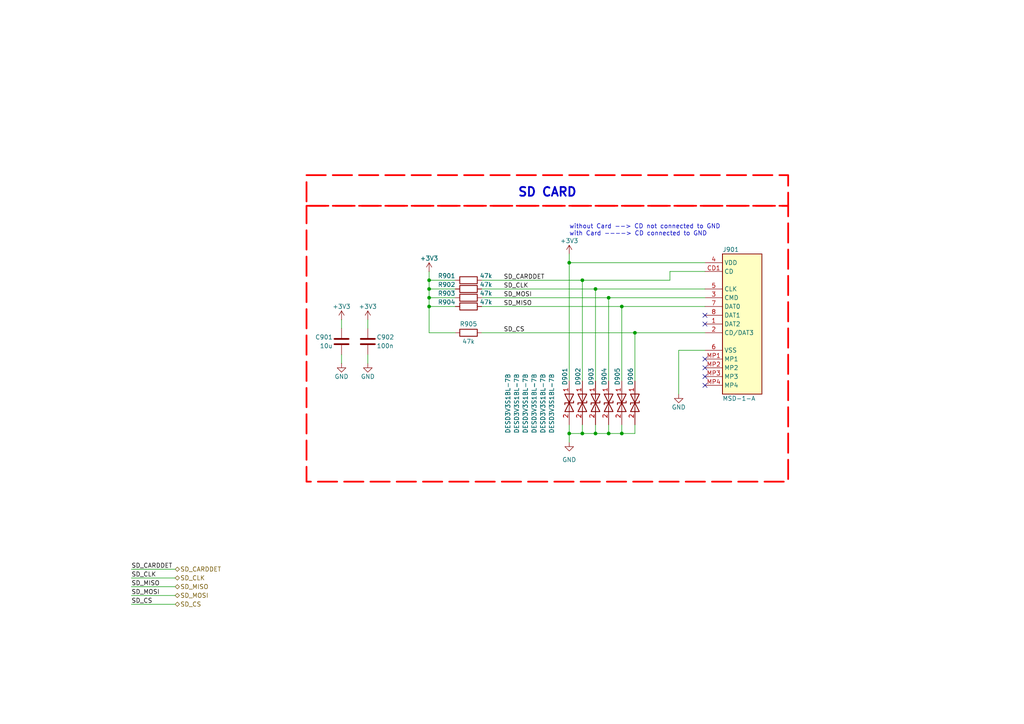
<source format=kicad_sch>
(kicad_sch (version 20231120) (generator "eeschema") (generator_version "8.0")
  (paper "A4")
  (title_block (title "Tarjeta microSD") (date "2024-07-18") (rev "Final") (company "MQuero"))
  (lib_symbols
    (symbol "Device:C" (pin_numbers hide) (pin_names (offset 0.254))
      (property "Reference" "C" (at 0.635 2.54 0))
      (property "Value" "C" (at 0.635 -2.54 0))
      (symbol "C_0_1"
        (polyline (pts (xy -2.032 -0.762) (xy 2.032 -0.762)) (stroke (width 0.508)))
        (polyline (pts (xy -2.032 0.762) (xy 2.032 0.762)) (stroke (width 0.508)))
      )
      (symbol "C_1_1"
        (pin passive line (at 0 3.81 270) (length 2.794) (name "~") (number "1"))
        (pin passive line (at 0 -3.81 90) (length 2.794) (name "~") (number "2"))
      )
    )
    (symbol "Device:R" (pin_numbers hide) (pin_names (offset 0))
      (property "Reference" "R" (at 2.032 0 90))
      (property "Value" "R" (at 0 0 90))
      (symbol "R_0_1"
        (rectangle (start -1.016 -2.54) (end 1.016 2.54) (stroke (width 0.254)))
      )
      (symbol "R_1_1"
        (pin passive line (at 0 3.81 270) (length 1.27) (name "~") (number "1"))
        (pin passive line (at 0 -3.81 90) (length 1.27) (name "~") (number "2"))
      )
    )
    (symbol "TFG:DESD3V3S1BL-7B" (pin_names (offset 0.254))
      (property "Reference" "D" (at 2.54 1.27 0))
      (property "Value" "DESD3V3S1BL-7B" (at 2.54 -1.27 0))
      (symbol "DESD3V3S1BL-7B_0_1"
        (polyline (pts (xy 0 -1.27) (xy 0 1.27)))
        (polyline (pts (xy 1.27 -0.508) (xy 1.27 0) (xy -1.27 0) (xy -1.27 0.508)) (stroke (width 0.254)))
        (polyline (pts (xy 1.27 2.54) (xy -1.27 2.54) (xy 1.27 -2.54) (xy -1.27 -2.54) (xy 1.27 2.54)) (stroke (width 0.254)))
      )
      (symbol "DESD3V3S1BL-7B_1_1"
        (pin unspecified line (at 0 6.35 270) (length 5.08) (name "~") (number "1"))
        (pin unspecified line (at 0 -6.35 90) (length 5.08) (name "~") (number "2"))
      )
    )
    (symbol "TFG:MSD-1-A"
      (property "Reference" "J" (at 0 1.27 0))
      (property "Value" "MSD-1-A" (at 0 -41.91 0))
      (symbol "MSD-1-A_1_1"
        (rectangle (start 0 0) (end 11.43 -40.64) (stroke (width 0.254)) (fill (type background)))
        (pin unspecified line (at -5.08 -20.32 0) (length 5.08) (name "DAT2") (number "1"))
        (pin unspecified line (at -5.08 -22.86 0) (length 5.08) (name "CD/DAT3") (number "2"))
        (pin unspecified line (at -5.08 -12.7 0) (length 5.08) (name "CMD") (number "3"))
        (pin unspecified line (at -5.08 -2.54 0) (length 5.08) (name "VDD") (number "4"))
        (pin unspecified line (at -5.08 -10.16 0) (length 5.08) (name "CLK") (number "5"))
        (pin unspecified line (at -5.08 -27.94 0) (length 5.08) (name "VSS") (number "6"))
        (pin unspecified line (at -5.08 -15.24 0) (length 5.08) (name "DAT0") (number "7"))
        (pin unspecified line (at -5.08 -17.78 0) (length 5.08) (name "DAT1") (number "8"))
        (pin unspecified line (at -5.08 -5.08 0) (length 5.08) (name "CD") (number "CD1"))
        (pin unspecified line (at -5.08 -30.48 0) (length 5.08) (name "MP1") (number "MP1"))
        (pin unspecified line (at -5.08 -33.02 0) (length 5.08) (name "MP2") (number "MP2"))
        (pin unspecified line (at -5.08 -35.56 0) (length 5.08) (name "MP3") (number "MP3"))
        (pin unspecified line (at -5.08 -38.1 0) (length 5.08) (name "MP4") (number "MP4"))
      )
    )
    (symbol "power:+3V3" (power) (pin_numbers hide) (pin_names (offset 0) hide)
      (property "Value" "+3V3" (at 0 3.556 0))
      (symbol "+3V3_0_1"
        (polyline (pts (xy -0.762 1.27) (xy 0 2.54)))
        (polyline (pts (xy 0 0) (xy 0 2.54)))
        (polyline (pts (xy 0 2.54) (xy 0.762 1.27)))
      )
      (symbol "+3V3_1_1"
        (pin power_in line (at 0 0 90) (length 0) (name "~") (number "1"))
      )
    )
    (symbol "power:GND" (power) (pin_numbers hide) (pin_names (offset 0) hide)
      (property "Value" "GND" (at 0 -3.81 0))
      (symbol "GND_0_1"
        (polyline (pts (xy 0 0) (xy 0 -1.27) (xy 1.27 -1.27) (xy 0 -2.54) (xy -1.27 -1.27) (xy 0 -1.27)))
      )
      (symbol "GND_1_1"
        (pin power_in line (at 0 0 270) (length 0) (name "~") (number "1"))
      )
    )
  )
  (junction (at 124.46 88.9))
  (junction (at 124.46 81.28))
  (junction (at 184.15 96.52))
  (junction (at 165.1 76.2))
  (junction (at 168.91 81.28))
  (junction (at 172.72 83.82))
  (junction (at 176.53 86.36))
  (junction (at 168.91 125.73))
  (junction (at 124.46 86.36))
  (junction (at 165.1 125.73))
  (junction (at 172.72 125.73))
  (junction (at 124.46 83.82))
  (junction (at 180.34 88.9))
  (junction (at 180.34 125.73))
  (junction (at 176.53 125.73))
  (no_connect (at 204.47 93.98))
  (no_connect (at 204.47 104.14))
  (no_connect (at 204.47 106.68))
  (no_connect (at 204.47 109.22))
  (no_connect (at 204.47 111.76))
  (no_connect (at 204.47 91.44))
  (wire (pts (xy 165.1 76.2) (xy 165.1 110.49)))
  (wire (pts (xy 124.46 88.9) (xy 132.08 88.9)))
  (wire (pts (xy 124.46 78.74) (xy 124.46 81.28)))
  (wire (pts (xy 176.53 123.19) (xy 176.53 125.73)))
  (wire (pts (xy 139.7 83.82) (xy 172.72 83.82)))
  (wire (pts (xy 165.1 73.66) (xy 165.1 76.2)))
  (wire (pts (xy 124.46 81.28) (xy 124.46 83.82)))
  (wire (pts (xy 172.72 83.82) (xy 172.72 110.49)))
  (wire (pts (xy 139.7 81.28) (xy 168.91 81.28)))
  (wire (pts (xy 204.47 101.6) (xy 196.85 101.6)))
  (wire (pts (xy 176.53 86.36) (xy 176.53 110.49)))
  (wire (pts (xy 124.46 83.82) (xy 132.08 83.82)))
  (wire (pts (xy 168.91 125.73) (xy 165.1 125.73)))
  (wire (pts (xy 204.47 78.74) (xy 194.31 78.74)))
  (wire (pts (xy 38.1 165.1) (xy 50.8 165.1)))
  (wire (pts (xy 165.1 125.73) (xy 165.1 128.27)))
  (wire (pts (xy 38.1 175.26) (xy 50.8 175.26)))
  (wire (pts (xy 180.34 123.19) (xy 180.34 125.73)))
  (wire (pts (xy 196.85 101.6) (xy 196.85 114.3)))
  (wire (pts (xy 194.31 81.28) (xy 194.31 78.74)))
  (wire (pts (xy 176.53 86.36) (xy 204.47 86.36)))
  (wire (pts (xy 180.34 125.73) (xy 176.53 125.73)))
  (wire (pts (xy 99.06 102.87) (xy 99.06 105.41)))
  (wire (pts (xy 132.08 96.52) (xy 124.46 96.52)))
  (wire (pts (xy 106.68 102.87) (xy 106.68 105.41)))
  (wire (pts (xy 184.15 96.52) (xy 184.15 110.49)))
  (wire (pts (xy 184.15 123.19) (xy 184.15 125.73)))
  (wire (pts (xy 124.46 86.36) (xy 132.08 86.36)))
  (wire (pts (xy 124.46 81.28) (xy 132.08 81.28)))
  (wire (pts (xy 165.1 76.2) (xy 204.47 76.2)))
  (wire (pts (xy 124.46 83.82) (xy 124.46 86.36)))
  (wire (pts (xy 168.91 123.19) (xy 168.91 125.73)))
  (wire (pts (xy 139.7 96.52) (xy 184.15 96.52)))
  (wire (pts (xy 106.68 92.71) (xy 106.68 95.25)))
  (wire (pts (xy 168.91 81.28) (xy 168.91 110.49)))
  (wire (pts (xy 180.34 88.9) (xy 204.47 88.9)))
  (wire (pts (xy 180.34 125.73) (xy 184.15 125.73)))
  (wire (pts (xy 38.1 167.64) (xy 50.8 167.64)))
  (wire (pts (xy 165.1 123.19) (xy 165.1 125.73)))
  (wire (pts (xy 99.06 92.71) (xy 99.06 95.25)))
  (wire (pts (xy 168.91 81.28) (xy 194.31 81.28)))
  (wire (pts (xy 172.72 123.19) (xy 172.72 125.73)))
  (wire (pts (xy 184.15 96.52) (xy 204.47 96.52)))
  (wire (pts (xy 172.72 125.73) (xy 168.91 125.73)))
  (wire (pts (xy 124.46 86.36) (xy 124.46 88.9)))
  (wire (pts (xy 38.1 172.72) (xy 50.8 172.72)))
  (wire (pts (xy 139.7 88.9) (xy 180.34 88.9)))
  (wire (pts (xy 180.34 88.9) (xy 180.34 110.49)))
  (wire (pts (xy 139.7 86.36) (xy 176.53 86.36)))
  (wire (pts (xy 172.72 83.82) (xy 204.47 83.82)))
  (wire (pts (xy 38.1 170.18) (xy 50.8 170.18)))
  (wire (pts (xy 176.53 125.73) (xy 172.72 125.73)))
  (wire (pts (xy 124.46 96.52) (xy 124.46 88.9)))
  (rectangle (start 88.9 59.69) (end 228.6 139.7) (stroke (width 0.508) (type dash) (color 255 0 0 1)))
  (rectangle (start 88.9 50.8) (end 228.6 59.69) (stroke (width 0.508) (type dash) (color 255 0 0 1)))
  (text "without Card --> CD not connected to GND\nwith Card ----> CD connected to GND" (at 165.1 68.58 0) (effects (font (size 1.27 1.27)) (justify left bottom)))
  (text "SD CARD" (at 158.75 55.88 0) (effects (font (size 2.54 2.54) (thickness 0.508) (bold yes))))
  (label "SD_CS" (at 38.1 175.26 0))
  (label "SD_CARDDET" (at 146.05 81.28 0))
  (label "SD_MOSI" (at 146.05 86.36 0))
  (label "SD_MISO" (at 38.1 170.18 0))
  (label "SD_CLK" (at 38.1 167.64 0))
  (label "SD_CARDDET" (at 38.1 165.1 0))
  (label "SD_CLK" (at 146.05 83.82 0))
  (label "SD_MISO" (at 146.05 88.9 0))
  (label "SD_CS" (at 146.05 96.52 0))
  (label "SD_MOSI" (at 38.1 172.72 0))
  (hierarchical_label "SD_CS" (shape bidirectional) (at 50.8 175.26 0))
  (hierarchical_label "SD_CARDDET" (shape bidirectional) (at 50.8 165.1 0))
  (hierarchical_label "SD_MOSI" (shape bidirectional) (at 50.8 172.72 0))
  (hierarchical_label "SD_CLK" (shape bidirectional) (at 50.8 167.64 0))
  (hierarchical_label "SD_MISO" (shape bidirectional) (at 50.8 170.18 0))
  (symbol (lib_id "power:+3V3") (at 165.1 73.66 0) (unit 1)
    (property "Reference" "#PWR0901" (effects (hide yes)))
    (property "Value" "+3V3" (at 165.1 69.85 0))
    (property "Description" "Power symbol creates a global label with name \"+3V3\"" (effects (hide yes)))
  )
  (symbol (lib_id "power:GND") (at 196.85 114.3 0) (unit 1)
    (property "Reference" "#PWR0907" (effects (hide yes)))
    (property "Value" "GND" (at 196.85 118.11 0))
    (property "Description" "Power symbol creates a global label with name \"GND\" , ground" (effects (hide yes)))
  )
  (symbol (lib_id "Device:R") (at 135.89 83.82 90) (unit 1)
    (property "Reference" "R902" (at 129.54 82.55 90))
    (property "Value" "47k" (at 140.97 82.55 90))
    (property "Footprint" "Resistor_SMD:R_0402_1005Metric" (effects (hide yes)))
    (property "Description" "Resistor" (effects (hide yes)))
  )
  (symbol (lib_id "TFG:DESD3V3S1BL-7B") (at 165.1 116.84 0) (mirror y) (unit 1)
    (property "Reference" "D901" (at 163.83 111.76 90) (effects (justify left)))
    (property "Value" "DESD3V3S1BL-7B" (at 147.32 125.73 90) (effects (justify left)))
    (property "Footprint" "TFG:DESD3V3S1BL-7B" (effects (hide yes)))
    (property "Datasheet" "https://www.diodes.com/assets/Datasheets/DESD3V3S1BL.pdf" (effects (hide yes)))
    (property "Description" "TVS DIODE 3.3VWM 7VC DFN1006-2" (effects (hide yes)))
    (property "MQ PN" "TFGD004 " (effects (hide yes)))
  )
  (symbol (lib_id "Device:R") (at 135.89 88.9 90) (unit 1)
    (property "Reference" "R904" (at 129.54 87.63 90))
    (property "Value" "47k" (at 140.97 87.63 90))
    (property "Footprint" "Resistor_SMD:R_0402_1005Metric" (effects (hide yes)))
    (property "Description" "Resistor" (effects (hide yes)))
  )
  (symbol (lib_id "Device:R") (at 135.89 96.52 90) (unit 1)
    (property "Reference" "R905" (at 135.89 93.98 90))
    (property "Value" "47k" (at 135.89 99.06 90))
    (property "Footprint" "Resistor_SMD:R_0402_1005Metric" (effects (hide yes)))
    (property "Description" "Resistor" (effects (hide yes)))
  )
  (symbol (lib_id "power:+3V3") (at 124.46 78.74 0) (unit 1)
    (property "Reference" "#PWR0902" (effects (hide yes)))
    (property "Value" "+3V3" (at 124.46 74.93 0))
    (property "Description" "Power symbol creates a global label with name \"+3V3\"" (effects (hide yes)))
  )
  (symbol (lib_id "Device:R") (at 135.89 81.28 90) (unit 1)
    (property "Reference" "R901" (at 129.54 80.01 90))
    (property "Value" "47k" (at 140.97 80.01 90))
    (property "Footprint" "Resistor_SMD:R_0402_1005Metric" (effects (hide yes)))
    (property "Description" "Resistor" (effects (hide yes)))
  )
  (symbol (lib_id "power:+3V3") (at 106.68 92.71 0) (unit 1)
    (property "Reference" "#PWR0904" (effects (hide yes)))
    (property "Value" "+3V3" (at 106.68 88.9 0))
    (property "Description" "Power symbol creates a global label with name \"+3V3\"" (effects (hide yes)))
  )
  (symbol (lib_id "Device:C") (at 99.06 99.06 0) (mirror y) (unit 1)
    (property "Reference" "C901" (at 96.52 97.79 0) (effects (justify left)))
    (property "Value" "10u" (at 96.52 100.33 0) (effects (justify left)))
    (property "Footprint" "Capacitor_SMD:C_0402_1005Metric" (effects (hide yes)))
    (property "Description" "Unpolarized capacitor" (effects (hide yes)))
  )
  (symbol (lib_id "power:GND") (at 99.06 105.41 0) (unit 1)
    (property "Reference" "#PWR0905" (effects (hide yes)))
    (property "Value" "GND" (at 99.06 109.22 0))
    (property "Description" "Power symbol creates a global label with name \"GND\" , ground" (effects (hide yes)))
  )
  (symbol (lib_id "power:+3V3") (at 99.06 92.71 0) (unit 1)
    (property "Reference" "#PWR0903" (effects (hide yes)))
    (property "Value" "+3V3" (at 99.06 88.9 0))
    (property "Description" "Power symbol creates a global label with name \"+3V3\"" (effects (hide yes)))
  )
  (symbol (lib_id "TFG:DESD3V3S1BL-7B") (at 184.15 116.84 0) (mirror y) (unit 1)
    (property "Reference" "D906" (at 182.88 111.76 90) (effects (justify left)))
    (property "Value" "DESD3V3S1BL-7B" (at 160.02 125.73 90) (effects (justify left)))
    (property "Footprint" "TFG:DESD3V3S1BL-7B" (effects (hide yes)))
    (property "Datasheet" "https://www.diodes.com/assets/Datasheets/DESD3V3S1BL.pdf" (effects (hide yes)))
    (property "Description" "TVS DIODE 3.3VWM 7VC DFN1006-2" (effects (hide yes)))
    (property "MQ PN" "TFGD004 " (effects (hide yes)))
  )
  (symbol (lib_id "TFG:DESD3V3S1BL-7B") (at 168.91 116.84 0) (mirror y) (unit 1)
    (property "Reference" "D902" (at 167.64 111.76 90) (effects (justify left)))
    (property "Value" "DESD3V3S1BL-7B" (at 149.86 125.73 90) (effects (justify left)))
    (property "Footprint" "TFG:DESD3V3S1BL-7B" (effects (hide yes)))
    (property "Datasheet" "https://www.diodes.com/assets/Datasheets/DESD3V3S1BL.pdf" (effects (hide yes)))
    (property "Description" "TVS DIODE 3.3VWM 7VC DFN1006-2" (effects (hide yes)))
    (property "MQ PN" "TFGD004 " (effects (hide yes)))
  )
  (symbol (lib_id "power:GND") (at 165.1 128.27 0) (unit 1)
    (property "Reference" "#PWR010" (effects (hide yes)))
    (property "Value" "GND" (at 165.1 133.35 0))
    (property "Description" "Power symbol creates a global label with name \"GND\" , ground" (effects (hide yes)))
  )
  (symbol (lib_id "TFG:DESD3V3S1BL-7B") (at 172.72 116.84 0) (mirror y) (unit 1)
    (property "Reference" "D903" (at 171.45 111.76 90) (effects (justify left)))
    (property "Value" "DESD3V3S1BL-7B" (at 152.4 125.73 90) (effects (justify left)))
    (property "Footprint" "TFG:DESD3V3S1BL-7B" (effects (hide yes)))
    (property "Datasheet" "https://www.diodes.com/assets/Datasheets/DESD3V3S1BL.pdf" (effects (hide yes)))
    (property "Description" "TVS DIODE 3.3VWM 7VC DFN1006-2" (effects (hide yes)))
    (property "MQ PN" "TFGD004 " (effects (hide yes)))
  )
  (symbol (lib_id "Device:R") (at 135.89 86.36 90) (unit 1)
    (property "Reference" "R903" (at 129.54 85.09 90))
    (property "Value" "47k" (at 140.97 85.09 90))
    (property "Footprint" "Resistor_SMD:R_0402_1005Metric" (effects (hide yes)))
    (property "Description" "Resistor" (effects (hide yes)))
  )
  (symbol (lib_id "power:GND") (at 106.68 105.41 0) (unit 1)
    (property "Reference" "#PWR0906" (effects (hide yes)))
    (property "Value" "GND" (at 106.68 109.22 0))
    (property "Description" "Power symbol creates a global label with name \"GND\" , ground" (effects (hide yes)))
  )
  (symbol (lib_id "Device:C") (at 106.68 99.06 0) (unit 1)
    (property "Reference" "C902" (at 109.22 97.79 0) (effects (justify left)))
    (property "Value" "100n" (at 109.22 100.33 0) (effects (justify left)))
    (property "Footprint" "Capacitor_SMD:C_0402_1005Metric" (effects (hide yes)))
    (property "Description" "Unpolarized capacitor" (effects (hide yes)))
  )
  (symbol (lib_id "TFG:DESD3V3S1BL-7B") (at 180.34 116.84 0) (mirror y) (unit 1)
    (property "Reference" "D905" (at 179.07 111.76 90) (effects (justify left)))
    (property "Value" "DESD3V3S1BL-7B" (at 157.48 125.73 90) (effects (justify left)))
    (property "Footprint" "TFG:DESD3V3S1BL-7B" (effects (hide yes)))
    (property "Datasheet" "https://www.diodes.com/assets/Datasheets/DESD3V3S1BL.pdf" (effects (hide yes)))
    (property "Description" "TVS DIODE 3.3VWM 7VC DFN1006-2" (effects (hide yes)))
    (property "MQ PN" "TFGD004 " (effects (hide yes)))
  )
  (symbol (lib_id "TFG:MSD-1-A") (at 209.55 73.66 0) (unit 1)
    (property "Reference" "J901" (at 209.55 72.39 0) (effects (justify left)))
    (property "Value" "MSD-1-A" (at 209.55 115.57 0) (effects (justify left)))
    (property "Footprint" "TFG:MSD1A" (effects (hide yes)))
    (property "Datasheet" "https://www.cuidevices.com/product/resource/msd-1-a.pdf" (effects (hide yes)))
    (property "Description" "MICRO SD CARD CONNECTOR, 9 POSIT" (effects (hide yes)))
    (property "MQ PN" "TFGJ003" (effects (hide yes)))
  )
  (symbol (lib_id "TFG:DESD3V3S1BL-7B") (at 176.53 116.84 0) (mirror y) (unit 1)
    (property "Reference" "D904" (at 175.26 111.76 90) (effects (justify left)))
    (property "Value" "DESD3V3S1BL-7B" (at 154.94 125.73 90) (effects (justify left)))
    (property "Footprint" "TFG:DESD3V3S1BL-7B" (effects (hide yes)))
    (property "Datasheet" "https://www.diodes.com/assets/Datasheets/DESD3V3S1BL.pdf" (effects (hide yes)))
    (property "Description" "TVS DIODE 3.3VWM 7VC DFN1006-2" (effects (hide yes)))
    (property "MQ PN" "TFGD004 " (effects (hide yes)))
  )
)
</source>
